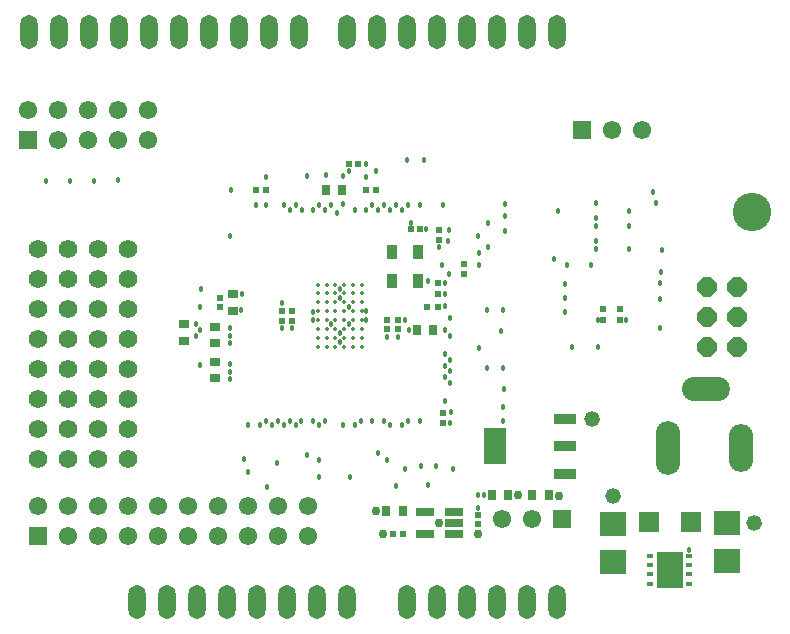
<source format=gbs>
%FSTAX25Y25*%
%MOIN*%
G70*
G01*
G75*
G04 Layer_Color=16711935*
%ADD10O,0.07087X0.01181*%
%ADD11O,0.01181X0.07087*%
%ADD12O,0.07284X0.01378*%
%ADD13R,0.08071X0.02756*%
%ADD14R,0.02165X0.01772*%
%ADD15R,0.02756X0.03543*%
%ADD16R,0.03543X0.02756*%
%ADD17R,0.02047X0.02047*%
%ADD18R,0.02047X0.02047*%
%ADD19R,0.01772X0.02165*%
%ADD20C,0.00669*%
%ADD21C,0.00700*%
%ADD22C,0.00500*%
%ADD23C,0.01000*%
%ADD24C,0.02000*%
%ADD25C,0.03000*%
%ADD26O,0.15748X0.07874*%
%ADD27O,0.07874X0.15748*%
%ADD28O,0.07874X0.17716*%
%ADD29R,0.05906X0.05906*%
%ADD30C,0.05906*%
%ADD31C,0.06000*%
%ADD32P,0.06711X8X112.5*%
%ADD33O,0.05600X0.11200*%
%ADD34C,0.12600*%
%ADD35C,0.01969*%
%ADD36C,0.01600*%
%ADD37C,0.01595*%
%ADD38C,0.05000*%
%ADD39C,0.02800*%
%ADD40C,0.04000*%
%ADD41R,0.70200X0.25400*%
%ADD42O,0.15811X0.07937*%
%ADD43O,0.07937X0.15811*%
%ADD44O,0.07937X0.17779*%
%ADD45C,0.07543*%
G04:AMPARAMS|DCode=46|XSize=95.433mil|YSize=95.433mil|CornerRadius=0mil|HoleSize=0mil|Usage=FLASHONLY|Rotation=0.000|XOffset=0mil|YOffset=0mil|HoleType=Round|Shape=Relief|Width=10mil|Gap=10mil|Entries=4|*
%AMTHD46*
7,0,0,0.09543,0.07543,0.01000,45*
%
%ADD46THD46*%
%ADD47C,0.07550*%
G04:AMPARAMS|DCode=48|XSize=95.5mil|YSize=95.5mil|CornerRadius=0mil|HoleSize=0mil|Usage=FLASHONLY|Rotation=0.000|XOffset=0mil|YOffset=0mil|HoleType=Round|Shape=Relief|Width=10mil|Gap=10mil|Entries=4|*
%AMTHD48*
7,0,0,0.09550,0.07550,0.01000,45*
%
%ADD48THD48*%
%ADD49C,0.07800*%
%ADD50C,0.07400*%
%ADD51C,0.16600*%
G04:AMPARAMS|DCode=52|XSize=70mil|YSize=70mil|CornerRadius=0mil|HoleSize=0mil|Usage=FLASHONLY|Rotation=0.000|XOffset=0mil|YOffset=0mil|HoleType=Round|Shape=Relief|Width=10mil|Gap=10mil|Entries=4|*
%AMTHD52*
7,0,0,0.07000,0.05000,0.01000,45*
%
%ADD52THD52*%
%ADD53C,0.06800*%
%ADD54C,0.05600*%
%AMTHOVALD55*
21,1,0.07874,0.09937,0,0,180.0*
1,1,0.09937,0.03937,0.00000*
1,1,0.09937,-0.03937,0.00000*
21,0,0.07874,0.07937,0,0,180.0*
1,0,0.07937,0.03937,0.00000*
1,0,0.07937,-0.03937,0.00000*
4,0,4,0.03583,0.00354,0.07097,0.03867,0.07804,0.03160,0.04291,-0.00354,0.03583,0.00354,0.0*
4,0,4,-0.04291,0.00354,-0.07804,-0.03160,-0.07097,-0.03867,-0.03583,-0.00354,-0.04291,0.00354,0.0*
4,0,4,0.04291,0.00354,0.07804,-0.03160,0.07097,-0.03867,0.03583,-0.00354,0.04291,0.00354,0.0*
4,0,4,-0.03583,0.00354,-0.07097,0.03867,-0.07804,0.03160,-0.04291,-0.00354,-0.03583,0.00354,0.0*
%
%ADD55THOVALD55*%

%AMTHOVALD56*
21,1,0.07874,0.09937,0,0,270.0*
1,1,0.09937,0.00000,0.03937*
1,1,0.09937,0.00000,-0.03937*
21,0,0.07874,0.07937,0,0,270.0*
1,0,0.07937,0.00000,0.03937*
1,0,0.07937,0.00000,-0.03937*
4,0,4,-0.00354,0.03583,-0.03867,0.07097,-0.03160,0.07804,0.00354,0.04291,-0.00354,0.03583,0.0*
4,0,4,-0.00354,-0.04291,0.03160,-0.07804,0.03867,-0.07097,0.00354,-0.03583,-0.00354,-0.04291,0.0*
4,0,4,-0.00354,0.04291,0.03160,0.07804,0.03867,0.07097,0.00354,0.03583,-0.00354,0.04291,0.0*
4,0,4,-0.00354,-0.03583,-0.03867,-0.07097,-0.03160,-0.07804,0.00354,-0.04291,-0.00354,-0.03583,0.0*
%
%ADD56THOVALD56*%

G04:AMPARAMS|DCode=57|XSize=98mil|YSize=98mil|CornerRadius=0mil|HoleSize=0mil|Usage=FLASHONLY|Rotation=0.000|XOffset=0mil|YOffset=0mil|HoleType=Round|Shape=Relief|Width=10mil|Gap=10mil|Entries=4|*
%AMTHD57*
7,0,0,0.09800,0.07800,0.01000,45*
%
%ADD57THD57*%
G04:AMPARAMS|DCode=58|XSize=94mil|YSize=94mil|CornerRadius=0mil|HoleSize=0mil|Usage=FLASHONLY|Rotation=0.000|XOffset=0mil|YOffset=0mil|HoleType=Round|Shape=Relief|Width=10mil|Gap=10mil|Entries=4|*
%AMTHD58*
7,0,0,0.09400,0.07400,0.01000,45*
%
%ADD58THD58*%
G04:AMPARAMS|DCode=59|XSize=88mil|YSize=88mil|CornerRadius=0mil|HoleSize=0mil|Usage=FLASHONLY|Rotation=0.000|XOffset=0mil|YOffset=0mil|HoleType=Round|Shape=Relief|Width=10mil|Gap=10mil|Entries=4|*
%AMTHD59*
7,0,0,0.08800,0.06800,0.01000,45*
%
%ADD59THD59*%
G04:AMPARAMS|DCode=60|XSize=76mil|YSize=76mil|CornerRadius=0mil|HoleSize=0mil|Usage=FLASHONLY|Rotation=0.000|XOffset=0mil|YOffset=0mil|HoleType=Round|Shape=Relief|Width=10mil|Gap=10mil|Entries=4|*
%AMTHD60*
7,0,0,0.07600,0.05600,0.01000,45*
%
%ADD60THD60*%
%ADD61R,0.07480X0.03150*%
%ADD62R,0.07480X0.12205*%
%ADD63R,0.06299X0.02559*%
%ADD64R,0.08661X0.11811*%
%ADD65R,0.01969X0.01181*%
%ADD66C,0.01181*%
%ADD67R,0.03543X0.04724*%
%ADD68R,0.06693X0.06614*%
%ADD69R,0.08661X0.07874*%
%ADD70C,0.05000*%
%ADD71C,0.01300*%
%ADD72C,0.01500*%
%ADD73C,0.02362*%
%ADD74C,0.00984*%
%ADD75C,0.00787*%
%ADD76C,0.00600*%
%ADD77C,0.01200*%
%ADD78C,0.00400*%
%ADD79O,0.07487X0.01581*%
%ADD80O,0.01581X0.07487*%
%ADD81O,0.07684X0.01778*%
%ADD82R,0.08471X0.03156*%
%ADD83R,0.02565X0.02172*%
%ADD84R,0.03156X0.03943*%
%ADD85R,0.03943X0.03156*%
%ADD86R,0.02447X0.02447*%
%ADD87R,0.02447X0.02447*%
%ADD88R,0.02172X0.02565*%
%ADD89O,0.07287X0.01381*%
%ADD90O,0.01381X0.07287*%
%ADD91O,0.07484X0.01578*%
%ADD92R,0.08271X0.02956*%
%ADD93R,0.02365X0.01972*%
%ADD94R,0.02956X0.03743*%
%ADD95R,0.03743X0.02956*%
%ADD96R,0.02247X0.02247*%
%ADD97R,0.02247X0.02247*%
%ADD98R,0.01972X0.02365*%
%ADD99O,0.15948X0.08074*%
%ADD100O,0.08074X0.15948*%
%ADD101O,0.08074X0.17916*%
%ADD102R,0.06106X0.06106*%
%ADD103C,0.06106*%
%ADD104C,0.06200*%
%ADD105P,0.06927X8X112.5*%
%ADD106O,0.05800X0.11400*%
%ADD107C,0.12800*%
%ADD108C,0.02169*%
%ADD109C,0.01800*%
%ADD110C,0.01795*%
%ADD111C,0.05200*%
%ADD112C,0.03000*%
%ADD113R,0.07680X0.03350*%
%ADD114R,0.07680X0.12405*%
%ADD115R,0.06499X0.02759*%
%ADD116R,0.09061X0.12211*%
%ADD117R,0.02369X0.01581*%
%ADD118C,0.01381*%
%ADD119R,0.03743X0.04924*%
%ADD120R,0.06893X0.06814*%
%ADD121R,0.08861X0.08074*%
D93*
X03105Y0207572D02*
D03*
Y0204028D02*
D03*
X02556Y0234072D02*
D03*
Y0230528D02*
D03*
X02555Y0212728D02*
D03*
Y0216272D02*
D03*
X02571Y0173072D02*
D03*
Y0169528D02*
D03*
X03161Y0207572D02*
D03*
Y0204028D02*
D03*
D94*
X0273344Y01456D02*
D03*
X0278856D02*
D03*
X0238044Y01402D02*
D03*
X0243556D02*
D03*
X0223456Y02474D02*
D03*
X0217944D02*
D03*
X0253756Y02005D02*
D03*
X0248244D02*
D03*
X0286744Y01456D02*
D03*
X0292256D02*
D03*
D95*
X01812Y0189956D02*
D03*
Y0184444D02*
D03*
Y0201756D02*
D03*
Y0196244D02*
D03*
X0187Y0207044D02*
D03*
Y0212556D02*
D03*
X01707Y0202456D02*
D03*
Y0196944D02*
D03*
D96*
X0243675Y01326D02*
D03*
X0240525D02*
D03*
X0249375Y02341D02*
D03*
X0246225D02*
D03*
X0234675Y02471D02*
D03*
X0231525D02*
D03*
X019485Y0247335D02*
D03*
X0198D02*
D03*
X0225625Y02558D02*
D03*
X0228775D02*
D03*
D97*
X02068Y0206875D02*
D03*
Y0203725D02*
D03*
X02385Y0203975D02*
D03*
Y0200825D02*
D03*
X02688Y0139075D02*
D03*
Y0135925D02*
D03*
X02642Y0219325D02*
D03*
Y0222475D02*
D03*
X01827Y0211275D02*
D03*
Y0208125D02*
D03*
X0242Y0203975D02*
D03*
Y0200825D02*
D03*
X02033Y0206875D02*
D03*
Y0203725D02*
D03*
D98*
X0251728Y02084D02*
D03*
X0255272D02*
D03*
D99*
X0344661Y0181085D02*
D03*
D100*
X0356472Y01614D02*
D03*
D101*
X0332063D02*
D03*
D102*
X0122047Y013209D02*
D03*
X01187Y02638D02*
D03*
X03035Y02673D02*
D03*
X02967Y01375D02*
D03*
D103*
X0122047Y014209D02*
D03*
X0132047Y013209D02*
D03*
Y014209D02*
D03*
X0142047Y013209D02*
D03*
Y014209D02*
D03*
X0152047Y013209D02*
D03*
Y014209D02*
D03*
X0162047Y013209D02*
D03*
Y014209D02*
D03*
X0172047Y013209D02*
D03*
Y014209D02*
D03*
X0182047Y013209D02*
D03*
Y014209D02*
D03*
X0192047Y013209D02*
D03*
Y014209D02*
D03*
X0202047Y013209D02*
D03*
Y014209D02*
D03*
X0212047Y013209D02*
D03*
Y014209D02*
D03*
X01187Y02738D02*
D03*
X01287Y02638D02*
D03*
Y02738D02*
D03*
X01387Y02638D02*
D03*
Y02738D02*
D03*
X01487Y02638D02*
D03*
Y02738D02*
D03*
X01587Y02638D02*
D03*
Y02738D02*
D03*
X03235Y02673D02*
D03*
X03135D02*
D03*
X02767Y01375D02*
D03*
X02867D02*
D03*
D104*
X01422Y02276D02*
D03*
Y02176D02*
D03*
Y01976D02*
D03*
Y01876D02*
D03*
X01322Y02276D02*
D03*
Y02176D02*
D03*
Y01976D02*
D03*
Y01876D02*
D03*
X01222Y02276D02*
D03*
Y02176D02*
D03*
Y01976D02*
D03*
Y01876D02*
D03*
X01522D02*
D03*
Y01976D02*
D03*
Y02176D02*
D03*
Y02276D02*
D03*
X01422Y01776D02*
D03*
X01322D02*
D03*
X01222D02*
D03*
X01522D02*
D03*
X01422Y02076D02*
D03*
X01322D02*
D03*
X01222D02*
D03*
X01522D02*
D03*
Y01676D02*
D03*
Y01576D02*
D03*
X01222D02*
D03*
Y01676D02*
D03*
X01322Y01576D02*
D03*
Y01676D02*
D03*
X01422Y01576D02*
D03*
Y01676D02*
D03*
D105*
X0345Y0215D02*
D03*
X0355D02*
D03*
X0345Y0205D02*
D03*
X0355D02*
D03*
X0345Y0195D02*
D03*
X0355D02*
D03*
D106*
X0209Y03D02*
D03*
X0199D02*
D03*
X0189D02*
D03*
X0179D02*
D03*
X0169D02*
D03*
X0159D02*
D03*
X0149D02*
D03*
X0139D02*
D03*
X0129D02*
D03*
X0119D02*
D03*
X0295D02*
D03*
X0285D02*
D03*
X0275D02*
D03*
X0265D02*
D03*
X0255D02*
D03*
X0245D02*
D03*
X0235D02*
D03*
X0225D02*
D03*
X0245Y011D02*
D03*
X0255D02*
D03*
X0265D02*
D03*
X0275D02*
D03*
X0285D02*
D03*
X0295D02*
D03*
X0155D02*
D03*
X0165D02*
D03*
X0175D02*
D03*
X0185D02*
D03*
X0195D02*
D03*
X0205D02*
D03*
X0215D02*
D03*
X0225D02*
D03*
D107*
X036Y024D02*
D03*
D108*
X03327Y0117944D02*
D03*
Y0123456D02*
D03*
X0330732Y01207D02*
D03*
X0334668D02*
D03*
D109*
X0231496Y0206791D02*
D03*
X0209941Y0240748D02*
D03*
X0217913Y0252264D02*
D03*
X0198425Y014813D02*
D03*
X01908Y01577D02*
D03*
X02593Y01695D02*
D03*
X0259Y0219325D02*
D03*
X02216Y02397D02*
D03*
X02236Y02425D02*
D03*
X03282Y02428D02*
D03*
X03Y01948D02*
D03*
X03081Y02277D02*
D03*
X02444Y015435D02*
D03*
X02603Y01543D02*
D03*
X02598Y01731D02*
D03*
X02769Y01703D02*
D03*
Y0175D02*
D03*
X02556Y02281D02*
D03*
X03293Y02161D02*
D03*
X02385Y01983D02*
D03*
X0242D02*
D03*
X0244525Y0203975D02*
D03*
X02688Y0141219D02*
D03*
X0270844Y01456D02*
D03*
X02687Y01456D02*
D03*
X03392Y01271D02*
D03*
X02776Y02336D02*
D03*
X02777Y02387D02*
D03*
X0272Y02361D02*
D03*
X02686Y0232D02*
D03*
X0277572Y02426D02*
D03*
X0327Y02465D02*
D03*
X02955Y02402D02*
D03*
X03293Y0211D02*
D03*
X03179Y02039D02*
D03*
X03086D02*
D03*
X02977Y02065D02*
D03*
X03086Y01948D02*
D03*
X02939Y02243D02*
D03*
X03293Y02011D02*
D03*
X02977Y02111D02*
D03*
X02976Y02159D02*
D03*
X03081Y02303D02*
D03*
X03189Y02352D02*
D03*
X03081Y02353D02*
D03*
X0269159Y0226128D02*
D03*
X0272082Y0228097D02*
D03*
X03081Y02428D02*
D03*
Y02378D02*
D03*
X03189Y02402D02*
D03*
Y02277D02*
D03*
X0269088Y0194632D02*
D03*
X0252Y02168D02*
D03*
X0257108Y0242101D02*
D03*
X0186049Y0232065D02*
D03*
X0257769Y0216286D02*
D03*
Y0176916D02*
D03*
X0259301Y0182821D02*
D03*
X0257801Y0188758D02*
D03*
Y0184821D02*
D03*
Y0208443D02*
D03*
X0259301Y0186821D02*
D03*
Y0190695D02*
D03*
X0257801Y0192695D02*
D03*
X0198063Y0170359D02*
D03*
X0211811Y0159031D02*
D03*
X0204021Y0242101D02*
D03*
X0205958Y0240601D02*
D03*
X0207895Y0242101D02*
D03*
X0219706D02*
D03*
X0217769Y0240601D02*
D03*
X0213832D02*
D03*
X0215832Y0242101D02*
D03*
X0235423Y0240601D02*
D03*
X0237423Y0242101D02*
D03*
X023936Y0240601D02*
D03*
X0243297D02*
D03*
X0241297Y0242101D02*
D03*
X0245297D02*
D03*
X0203318Y0209618D02*
D03*
Y0201418D02*
D03*
X0206818D02*
D03*
X0211832Y0251888D02*
D03*
X0174688Y0202496D02*
D03*
X0259Y0234D02*
D03*
X0233496Y0170359D02*
D03*
X0237433D02*
D03*
X0239433Y0168859D02*
D03*
X0249244Y0170359D02*
D03*
X0245307D02*
D03*
X0243307Y0168859D02*
D03*
X0215811D02*
D03*
X0213811Y0170359D02*
D03*
X0217748D02*
D03*
X0209874D02*
D03*
X0207937Y0168859D02*
D03*
X0231459Y0204059D02*
D03*
X0222659Y0196559D02*
D03*
Y0199459D02*
D03*
X0222635Y0211288D02*
D03*
X0222659Y0214241D02*
D03*
X0213859Y0206759D02*
D03*
X0225612Y0202465D02*
D03*
X0219712Y0202435D02*
D03*
X0225583Y0208365D02*
D03*
X0200063Y0168859D02*
D03*
X0202Y0170359D02*
D03*
X0205937D02*
D03*
X0203937Y0168859D02*
D03*
X0213859Y0204059D02*
D03*
X0229559Y0170359D02*
D03*
X0227622Y0168859D02*
D03*
X0223685D02*
D03*
X0192147Y0168817D02*
D03*
X0192Y01533D02*
D03*
X02384Y01572D02*
D03*
X0241356Y0148644D02*
D03*
X01862Y01893D02*
D03*
Y0196219D02*
D03*
X0225622Y0253625D02*
D03*
X01865Y02474D02*
D03*
X01948Y02421D02*
D03*
X02314Y02558D02*
D03*
X0233424Y02421D02*
D03*
X0198Y02517D02*
D03*
X0231525Y0251465D02*
D03*
X0227549Y0240601D02*
D03*
X0234675Y0253475D02*
D03*
X02588Y02301D02*
D03*
X02578Y02005D02*
D03*
X0245719Y02005D02*
D03*
X02691Y02222D02*
D03*
X02157Y0151688D02*
D03*
Y01572D02*
D03*
X0201544Y0156356D02*
D03*
X02261Y01517D02*
D03*
X019Y02127D02*
D03*
X01897Y0207125D02*
D03*
X01862Y0184419D02*
D03*
Y0186758D02*
D03*
Y02011D02*
D03*
Y01986D02*
D03*
X0254756Y0155156D02*
D03*
X0249644D02*
D03*
X0235465Y01596D02*
D03*
X02522Y01489D02*
D03*
X0271644Y0187889D02*
D03*
X0277156D02*
D03*
X0277464Y01808D02*
D03*
X025932Y0198569D02*
D03*
X0271644Y0207244D02*
D03*
X0249234Y0242101D02*
D03*
X0245144Y0257156D02*
D03*
X0259325Y0204475D02*
D03*
X0277156Y0207244D02*
D03*
X02764Y02002D02*
D03*
X02577Y02127D02*
D03*
X0246225Y0236175D02*
D03*
X033Y02273D02*
D03*
X03297Y022D02*
D03*
X03063Y02222D02*
D03*
X02983D02*
D03*
X01406Y0250372D02*
D03*
X01326Y02504D02*
D03*
X01246D02*
D03*
X01487Y0250472D02*
D03*
X01747Y01985D02*
D03*
X0196Y01688D02*
D03*
X0250656Y0257156D02*
D03*
X025145Y02341D02*
D03*
D110*
X0231507Y0240559D02*
D03*
X02236Y02518D02*
D03*
X02567Y02222D02*
D03*
X017623Y0214317D02*
D03*
X0176198Y020838D02*
D03*
X01762Y01888D02*
D03*
X0198Y02422D02*
D03*
X0176198Y0200506D02*
D03*
D111*
X0306815Y0170855D02*
D03*
X0360701Y0136199D02*
D03*
X03138Y01451D02*
D03*
D112*
X02688Y01327D02*
D03*
X02819Y01456D02*
D03*
X02556Y01364D02*
D03*
X0295625Y01454D02*
D03*
X02372Y01326D02*
D03*
X02348Y01402D02*
D03*
D113*
X0297714Y0170855D02*
D03*
Y01618D02*
D03*
Y0152745D02*
D03*
D114*
X0274486Y01618D02*
D03*
D115*
X0250879Y014004D02*
D03*
Y013256D02*
D03*
X0260721D02*
D03*
Y01363D02*
D03*
Y014004D02*
D03*
D116*
X03327Y01207D02*
D03*
D117*
X0326204Y0125424D02*
D03*
Y0122275D02*
D03*
Y0119125D02*
D03*
Y0115976D02*
D03*
X0339196D02*
D03*
Y0119125D02*
D03*
Y0122275D02*
D03*
Y0125424D02*
D03*
D118*
X0215265Y0195065D02*
D03*
X0218218D02*
D03*
X0221171D02*
D03*
X0224124D02*
D03*
X0227076D02*
D03*
X0230029D02*
D03*
X0215265Y0198018D02*
D03*
X0218218D02*
D03*
X0221171D02*
D03*
X0224124D02*
D03*
X0227076D02*
D03*
X0230029D02*
D03*
X0215265Y0200971D02*
D03*
X0218218D02*
D03*
X0221171D02*
D03*
X0224124D02*
D03*
X0227076D02*
D03*
X0230029D02*
D03*
X0215265Y0203924D02*
D03*
X0218218D02*
D03*
X0221171D02*
D03*
X0224124D02*
D03*
X0227076D02*
D03*
X0230029D02*
D03*
X0215265Y0206876D02*
D03*
X0218218D02*
D03*
X0221171D02*
D03*
X0224124D02*
D03*
X0227076D02*
D03*
X0230029D02*
D03*
X0215265Y0209829D02*
D03*
X0218218D02*
D03*
X0221171D02*
D03*
X0224124D02*
D03*
X0227076D02*
D03*
X0230029D02*
D03*
X0215265Y0212782D02*
D03*
X0218218D02*
D03*
X0221171D02*
D03*
X0224124D02*
D03*
X0227076D02*
D03*
X0230029D02*
D03*
X0215265Y0215735D02*
D03*
X0218218D02*
D03*
X0221171D02*
D03*
X0224124D02*
D03*
X0227076D02*
D03*
X0230029D02*
D03*
D119*
X0239969Y0216779D02*
D03*
Y0226621D02*
D03*
X0248631Y0216779D02*
D03*
Y0226621D02*
D03*
D120*
X0325553Y01366D02*
D03*
X0339647D02*
D03*
D121*
X03516Y0136199D02*
D03*
Y0123601D02*
D03*
X03138Y0135999D02*
D03*
Y0123401D02*
D03*
M02*

</source>
